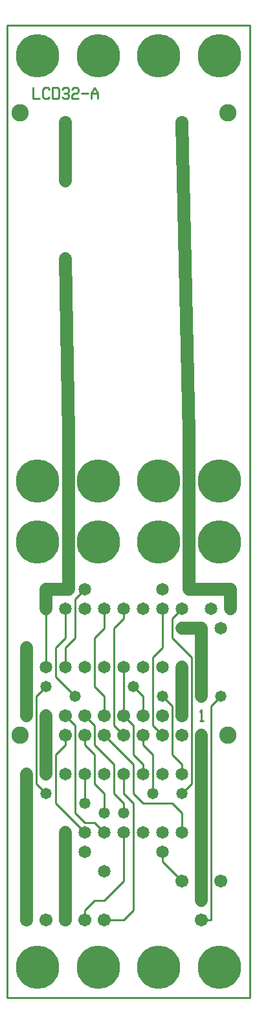
<source format=gtl>
%MOIN*%
%FSLAX25Y25*%
G04 D10 used for Character Trace; *
G04     Circle (OD=.01000) (No hole)*
G04 D11 used for Power Trace; *
G04     Circle (OD=.06700) (No hole)*
G04 D12 used for Signal Trace; *
G04     Circle (OD=.01100) (No hole)*
G04 D13 used for Via; *
G04     Circle (OD=.05800) (Round. Hole ID=.02800)*
G04 D14 used for Component hole; *
G04     Circle (OD=.06500) (Round. Hole ID=.03500)*
G04 D15 used for Component hole; *
G04     Circle (OD=.06700) (Round. Hole ID=.04300)*
G04 D16 used for Component hole; *
G04     Circle (OD=.08100) (Round. Hole ID=.05100)*
G04 D17 used for Component hole; *
G04     Circle (OD=.08900) (Round. Hole ID=.05900)*
G04 D18 used for Component hole; *
G04     Circle (OD=.11300) (Round. Hole ID=.08300)*
G04 D19 used for Component hole; *
G04     Circle (OD=.16000) (Round. Hole ID=.13000)*
G04 D20 used for Component hole; *
G04     Circle (OD=.18300) (Round. Hole ID=.15300)*
G04 D21 used for Component hole; *
G04     Circle (OD=.22291) (Round. Hole ID=.19291)*
%ADD10C,.01000*%
%ADD11C,.06700*%
%ADD12C,.01100*%
%ADD13C,.05800*%
%ADD14C,.06500*%
%ADD15C,.06700*%
%ADD16C,.08100*%
%ADD17C,.08900*%
%ADD18C,.11300*%
%ADD19C,.16000*%
%ADD20C,.18300*%
%ADD21C,.22291*%
%IPPOS*%
%LPD*%
G90*X0Y0D02*D21*X15625Y15625D03*D15*              
X40000Y40000D03*D12*Y45000D01*X45000Y50000D01*    
X50000D01*X60000Y60000D01*Y85000D01*D14*D03*D13*  
X50000Y95000D03*D12*Y105000D01*X45000Y110000D01*  
Y125000D01*X40000Y130000D01*Y135000D01*D15*D03*   
D12*X55000Y120000D02*X45000Y130000D01*            
X55000Y105000D02*Y120000D01*X60000Y100000D02*     
X55000Y105000D01*X60000Y95000D02*Y100000D01*D13*  
Y95000D03*D12*X65000Y45000D02*Y100000D01*         
X60000Y40000D02*X65000Y45000D01*X50000Y40000D02*  
X60000D01*D15*X50000D03*X30000D03*D11*Y75000D01*  
D14*D03*D11*Y85000D01*D14*D03*X40000Y75000D03*D12*
Y90000D02*X35000Y95000D01*X40000Y90000D02*        
X45000D01*X50000Y85000D01*D14*D03*X40000D03*D12*  
X25000Y100000D01*Y125000D01*X30000Y130000D01*     
Y135000D01*D15*D03*D12*X35000Y95000D02*Y140000D01*
D13*X40000Y100000D03*D12*Y115000D01*D14*D03*      
X50000D03*X30000D03*D12*X45000Y130000D02*         
Y140000D01*X40000Y145000D01*D15*D03*D12*          
X35000Y140000D02*X30000Y145000D01*D15*D03*D13*    
X35000Y155000D03*D12*X25000Y165000D01*Y180000D01* 
X30000Y185000D01*Y200000D01*D14*D03*D12*          
X35000Y185000D02*Y205000D01*X30000Y180000D02*     
X35000Y185000D01*X30000Y170000D02*Y180000D01*D14* 
Y170000D03*D13*X20000Y160000D03*D12*              
X15000Y155000D01*Y110000D01*X20000Y105000D01*D13* 
D03*X10000Y115000D03*D11*Y75000D01*D14*D03*D11*   
Y65000D01*D14*D03*D11*Y40000D01*D15*D03*X20000D03*
D21*X46875Y15625D03*D12*X0Y0D02*X125000D01*       
Y500000D01*X0D01*Y0D01*D14*X50000Y65000D03*D21*   
X78125Y15625D03*D12*X90000Y60000D02*              
X80000Y70000D01*D15*X90000Y60000D03*D13*          
X100000Y50000D03*D11*Y135000D01*D13*D03*D15*      
X90000Y145000D03*D11*Y170000D01*D14*D03*D12*      
X95000Y110000D02*Y175000D01*X90000Y105000D02*     
X95000Y110000D01*D13*X90000Y105000D03*D12*        
Y95000D02*X85000Y100000D01*X90000Y85000D02*       
Y95000D01*D14*Y85000D03*X80000Y75000D03*D12*      
Y70000D01*D14*Y85000D03*X70000D03*D15*            
X110000Y60000D03*D12*X70000Y100000D02*X85000D01*  
X70000D02*X65000Y105000D01*Y120000D01*            
X50000Y135000D01*D15*D03*D12*X60000D02*           
X55000Y140000D01*D15*X60000Y135000D03*D12*        
X65000Y125000D02*Y140000D01*X70000Y120000D02*     
X65000Y125000D01*X70000Y115000D02*Y120000D01*D14* 
Y115000D03*D12*X65000Y100000D02*X60000Y105000D01* 
Y115000D01*D14*D03*D13*X75000Y105000D03*D12*      
Y125000D01*X70000Y130000D01*Y135000D01*D15*D03*   
D12*X80000D02*X75000Y140000D01*D15*               
X80000Y135000D03*D12*X75000Y140000D02*Y175000D01* 
X80000Y180000D01*Y200000D01*D14*D03*D12*          
X85000Y185000D02*Y195000D01*X95000Y175000D02*     
X85000Y185000D01*D14*X110000Y190000D03*D11*       
X100000Y155000D02*Y190000D01*D13*Y155000D03*D12*  
X105000Y40000D02*Y150000D01*X100000Y40000D02*     
X105000D01*D15*X100000D03*D21*X109375Y15625D03*   
D14*X90000Y115000D03*D12*Y120000D01*              
X85000Y125000D01*Y150000D01*X80000Y155000D01*D13* 
D03*D15*X70000Y145000D03*D12*Y155000D01*          
X65000Y160000D01*D13*D03*D14*X70000Y170000D03*    
X60000D03*D12*Y145000D01*D15*D03*D12*             
X65000Y140000D01*X55000D02*Y190000D01*            
X60000Y195000D01*Y200000D01*D14*D03*D12*          
X45000Y185000D02*X50000Y190000D01*                
X45000Y160000D02*Y185000D01*X50000Y155000D02*     
X45000Y160000D01*X50000Y145000D02*Y155000D01*D15* 
Y145000D03*D14*Y170000D03*X40000D03*              
X80000Y115000D03*D13*X20000D03*D11*Y145000D01*D13*
D03*X10000D03*D11*Y180000D01*D13*D03*D14*         
X20000Y170000D03*D12*Y200000D01*D14*D03*D11*      
Y210000D01*X31500D01*D13*D03*D11*Y290000D01*D13*  
D03*D11*X30000Y380000D01*D14*D03*Y420000D03*D11*  
Y450000D01*D15*D03*D10*X28326Y437129D02*          
Y440000D01*X30000Y442871D01*X31674Y440000D01*     
Y437129D01*X28326Y440000D02*X31674D01*            
X13326Y467871D02*Y462129D01*X16674D01*            
X21674Y463086D02*X20837Y462129D01*X19163D01*      
X18326Y463086D01*Y466914D01*X19163Y467871D01*     
X20837D01*X21674Y466914D01*X23326Y462129D02*      
Y467871D01*X25837D01*X26674Y466914D01*Y463086D01* 
X25837Y462129D01*X23326D01*X28326Y466914D02*      
X29163Y467871D01*X30837D01*X31674Y466914D01*      
Y465957D01*X30837Y465000D01*X29163D01*X30837D02*  
X31674Y464043D01*Y463086D01*X30837Y462129D01*     
X29163D01*X28326Y463086D01*X33326Y466914D02*      
X34163Y467871D01*X35837D01*X36674Y466914D01*      
Y465957D01*X35837Y465000D01*X34163D01*            
X33326Y464043D01*Y462129D01*X36674D01*            
X38326Y465000D02*X41674D01*X43326Y462129D02*      
Y465000D01*X45000Y467871D01*X46674Y465000D01*     
Y462129D01*X43326Y465000D02*X46674D01*D17*        
X6500Y455000D03*D21*X46875Y484375D03*X15625D03*   
X78125D03*D10*X88326Y437129D02*Y442871D01*        
Y439043D02*X91674Y442871D01*X89163Y440000D02*     
X91674Y437129D01*D15*X90000Y450000D03*D11*        
X93700Y290000D01*D13*D03*D11*Y210000D01*D13*D03*  
D11*X115000D01*Y200000D01*D14*D03*X105000D03*D11* 
X90000Y190000D02*X100000D01*D13*X90000D03*D12*    
X85000Y195000D02*X90000Y200000D01*D14*D03*        
X80000Y210000D03*X70000Y200000D03*                
X80000Y170000D03*D21*X109375Y234375D03*X78125D03* 
D14*X50000Y200000D03*D12*Y190000D01*D14*          
X40000Y200000D03*D12*X35000Y205000D02*            
X40000Y210000D01*D14*D03*D21*X15625Y234375D03*    
X46875D03*X78125Y265625D03*X46875D03*X15625D03*   
D12*X105000Y150000D02*X110000Y155000D01*D13*D03*  
D10*X99163Y146914D02*X100000Y147871D01*Y142129D01*
X99163D02*X100837D01*D15*X90000Y135000D03*D17*    
X113500D03*D15*X80000Y145000D03*D17*              
X6500Y135000D03*D21*X109375Y265625D03*D17*        
X113500Y455000D03*D21*X109375Y484375D03*M02*      

</source>
